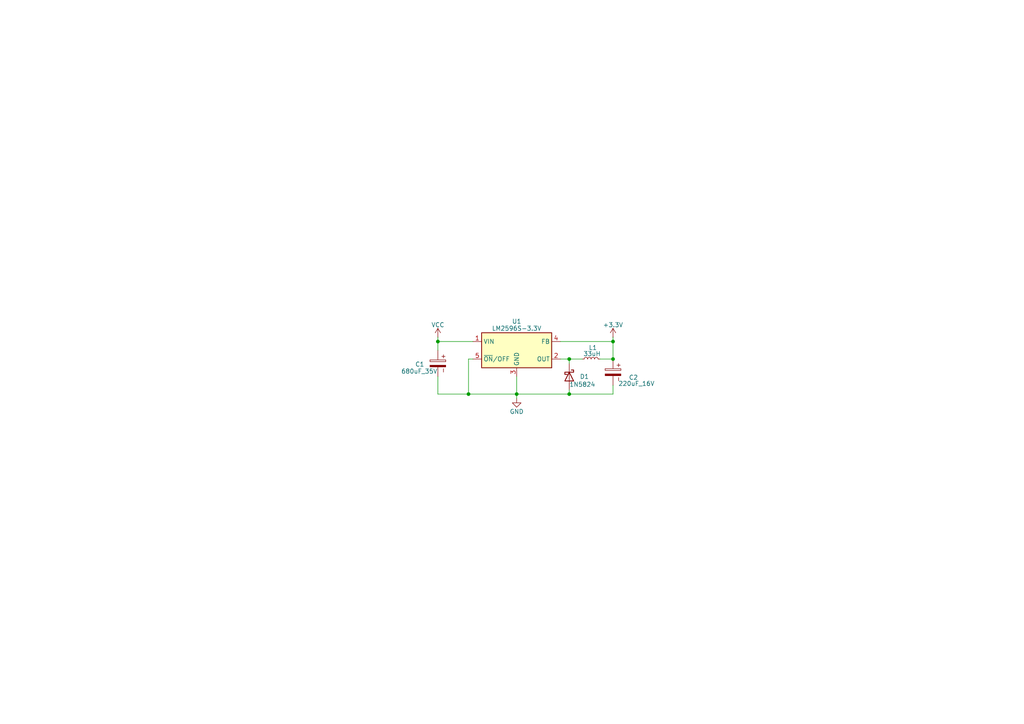
<source format=kicad_sch>
(kicad_sch (version 20250114) (generator "eeschema") (generator_version "9.0")
  (paper "A4")
  (lib_symbols
    (symbol "Device:L_Small" (pin_numbers (hide yes)) (pin_names (offset 0.254) (hide yes))
      (property "Reference" "L" (at 0.762 1.016 0))
      (property "Value" "L_Small" (at 0.762 -1.016 0))
      (symbol "L_Small_0_1"
        (arc (start 0 2.032) (mid 0.5058 1.524) (end 0 1.016))
        (arc (start 0 1.016) (mid 0.5058 0.508) (end 0 0))
        (arc (start 0 0) (mid 0.5058 -0.508) (end 0 -1.016))
        (arc (start 0 -1.016) (mid 0.5058 -1.524) (end 0 -2.032))
      )
      (symbol "L_Small_1_1"
        (pin passive line (at 0 2.54 270) (length 0.508) (name "~") (number "1"))
        (pin passive line (at 0 -2.54 90) (length 0.508) (name "~") (number "2"))
      )
    )
    (symbol "Diode:1N5822" (pin_numbers (hide yes)) (pin_names (offset 1.016) (hide yes))
      (property "Reference" "D" (at 0 2.54 0))
      (property "Value" "1N5822" (at 0 -2.54 0))
      (symbol "1N5822_0_1"
        (polyline (pts (xy -1.905 0.635) (xy -1.905 1.27) (xy -1.27 1.27) (xy -1.27 -1.27) (xy -0.635 -1.27) (xy -0.635 -0.635)) (stroke (width 0.254)))
        (polyline (pts (xy 1.27 1.27) (xy 1.27 -1.27) (xy -1.27 0) (xy 1.27 1.27)) (stroke (width 0.254)))
        (polyline (pts (xy 1.27 0) (xy -1.27 0)))
      )
      (symbol "1N5822_1_1"
        (pin passive line (at -3.81 0 0) (length 2.54) (name "K") (number "1"))
        (pin passive line (at 3.81 0 180) (length 2.54) (name "A") (number "2"))
      )
    )
    (symbol "PCM_SL_Capacitors:470uF_35V"
      (property "Reference" "C" (at 0 7.62 0))
      (property "Value" "470uF_35V" (at 0 5.08 0))
      (symbol "470uF_35V_0_0"
        (text "+" (at -2.032 1.524 0) (effects (font (size 1.27 1.27))))
        (text "-" (at 2.032 1.524 0) (effects (font (size 1.27 1.27))))
      )
      (symbol "470uF_35V_0_1"
        (rectangle (start -1.016 -2.286) (end -0.508 2.286))
        (rectangle (start 0.508 -2.286) (end 1.016 2.286) (fill (type outline)))
      )
      (symbol "470uF_35V_1_1"
        (pin passive line (at -3.81 0 0) (length 2.7) (name "~") (number "1"))
        (pin input line (at 3.81 0 180) (length 2.7) (name "~") (number "2"))
      )
    )
    (symbol "Regulator_Switching:LM2596S-3.3"
      (property "Reference" "U" (at -10.16 6.35 0))
      (property "Value" "LM2596S-3.3" (at 0 6.35 0))
      (symbol "LM2596S-3.3_0_1"
        (rectangle (start -10.16 5.08) (end 10.16 -5.08) (stroke (width 0.254)) (fill (type background)))
      )
      (symbol "LM2596S-3.3_1_1"
        (pin power_in line (at -12.7 2.54 0) (length 2.54) (name "VIN") (number "1"))
        (pin input line (at -12.7 -2.54 0) (length 2.54) (name "~{ON}/OFF") (number "5"))
        (pin power_in line (at 0 -7.62 90) (length 2.54) (name "GND") (number "3"))
        (pin input line (at 12.7 2.54 180) (length 2.54) (name "FB") (number "4"))
        (pin output line (at 12.7 -2.54 180) (length 2.54) (name "OUT") (number "2"))
      )
    )
    (symbol "power:+3.3V" (power) (pin_numbers (hide yes)) (pin_names (offset 0) (hide yes))
      (property "Value" "+3.3V" (at 0 3.556 0))
      (symbol "+3.3V_0_1"
        (polyline (pts (xy -0.762 1.27) (xy 0 2.54)))
        (polyline (pts (xy 0 2.54) (xy 0.762 1.27)))
        (polyline (pts (xy 0 0) (xy 0 2.54)))
      )
      (symbol "+3.3V_1_1"
        (pin power_in line (at 0 0 90) (length 0) (name "~") (number "1"))
      )
    )
    (symbol "power:GND" (power) (pin_numbers (hide yes)) (pin_names (offset 0) (hide yes))
      (property "Value" "GND" (at 0 -3.81 0))
      (symbol "GND_0_1"
        (polyline (pts (xy 0 0) (xy 0 -1.27) (xy 1.27 -1.27) (xy 0 -2.54) (xy -1.27 -1.27) (xy 0 -1.27)))
      )
      (symbol "GND_1_1"
        (pin power_in line (at 0 0 270) (length 0) (name "~") (number "1"))
      )
    )
    (symbol "power:VCC" (power) (pin_numbers (hide yes)) (pin_names (offset 0) (hide yes))
      (property "Value" "VCC" (at 0 3.556 0))
      (symbol "VCC_0_1"
        (polyline (pts (xy -0.762 1.27) (xy 0 2.54)))
        (polyline (pts (xy 0 2.54) (xy 0.762 1.27)))
        (polyline (pts (xy 0 0) (xy 0 2.54)))
      )
      (symbol "VCC_1_1"
        (pin power_in line (at 0 0 90) (length 0) (name "~") (number "1"))
      )
    )
  )
  (junction (at 149.86 114.3))
  (junction (at 165.1 114.3))
  (junction (at 165.1 104.14))
  (junction (at 127 99.06))
  (junction (at 177.8 104.14))
  (junction (at 177.8 99.06))
  (junction (at 135.89 114.3))
  (wire (pts (xy 149.86 114.3) (xy 165.1 114.3)))
  (wire (pts (xy 173.99 104.14) (xy 177.8 104.14)))
  (wire (pts (xy 177.8 97.79) (xy 177.8 99.06)))
  (wire (pts (xy 177.8 99.06) (xy 177.8 104.14)))
  (wire (pts (xy 165.1 104.14) (xy 165.1 105.41)))
  (wire (pts (xy 149.86 114.3) (xy 149.86 115.57)))
  (wire (pts (xy 162.56 99.06) (xy 177.8 99.06)))
  (wire (pts (xy 127 99.06) (xy 127 101.6)))
  (wire (pts (xy 165.1 114.3) (xy 177.8 114.3)))
  (wire (pts (xy 135.89 104.14) (xy 135.89 114.3)))
  (wire (pts (xy 127 114.3) (xy 135.89 114.3)))
  (wire (pts (xy 135.89 114.3) (xy 149.86 114.3)))
  (wire (pts (xy 127 109.22) (xy 127 114.3)))
  (wire (pts (xy 135.89 104.14) (xy 137.16 104.14)))
  (wire (pts (xy 162.56 104.14) (xy 165.1 104.14)))
  (wire (pts (xy 165.1 104.14) (xy 168.91 104.14)))
  (wire (pts (xy 177.8 111.76) (xy 177.8 114.3)))
  (wire (pts (xy 127 97.79) (xy 127 99.06)))
  (wire (pts (xy 149.86 109.22) (xy 149.86 114.3)))
  (wire (pts (xy 127 99.06) (xy 137.16 99.06)))
  (wire (pts (xy 165.1 114.3) (xy 165.1 113.03)))
  (symbol (lib_id "power:GND") (at 149.86 115.57 0) (unit 1)
    (property "Reference" "#PWR01" (effects (hide yes)))
    (property "Value" "GND" (at 149.86 119.38 0))
    (property "Description" "Power symbol creates a global label with name \"GND\" , ground" (effects (hide yes)))
  )
  (symbol (lib_id "Device:L_Small") (at 171.45 104.14 90) (unit 1)
    (property "Reference" "L1" (at 171.958 100.838 90))
    (property "Value" "33uH" (at 171.704 102.616 90))
    (property "Description" "Inductor, small symbol" (effects (hide yes)))
  )
  (symbol (lib_id "Diode:1N5822") (at 165.1 109.22 270) (unit 1)
    (property "Reference" "D1" (at 168.148 109.22 90) (effects (justify left)))
    (property "Value" "1N5824" (at 165.1 111.506 90) (effects (justify left)))
    (property "Footprint" "Diode_THT:D_DO-201AD_P15.24mm_Horizontal" (effects (hide yes)))
    (property "Datasheet" "http://www.vishay.com/docs/88526/1n5820.pdf" (effects (hide yes)))
    (property "Description" "40V 3A Schottky Barrier Rectifier Diode, DO-201AD" (effects (hide yes)))
  )
  (symbol (lib_id "PCM_SL_Capacitors:470uF_35V") (at 177.8 107.95 270) (unit 1)
    (property "Reference" "C2" (at 182.372 109.474 90) (effects (justify left)))
    (property "Value" "220uF_16V" (at 179.324 111.252 90) (effects (justify left)))
    (property "Footprint" "Capacitor_THT:CP_Radial_D10.0mm_P5.00mm" (effects (hide yes)))
    (property "Description" "470uF, 35V Electrolytic Capacitor" (effects (hide yes)))
  )
  (symbol (lib_id "Regulator_Switching:LM2596S-3.3") (at 149.86 101.6 0) (unit 1)
    (property "Reference" "U1" (at 149.86 93.218 0))
    (property "Value" "LM2596S-3.3V" (at 149.86 95.25 0))
    (property "Footprint" "Package_TO_SOT_SMD:TO-263-5_TabPin3" (effects (hide yes)))
    (property "Datasheet" "http://www.ti.com/lit/ds/symlink/lm2596.pdf" (effects (hide yes)))
    (property "Description" "3.3V 3A Step-Down Voltage Regulator, TO-263" (effects (hide yes)))
  )
  (symbol (lib_id "power:VCC") (at 127 97.79 0) (unit 1)
    (property "Reference" "#PWR03" (effects (hide yes)))
    (property "Value" "VCC" (at 127 94.234 0))
    (property "Description" "Power symbol creates a global label with name \"VCC\"" (effects (hide yes)))
  )
  (symbol (lib_id "power:+3.3V") (at 177.8 97.79 0) (unit 1)
    (property "Reference" "#PWR02" (effects (hide yes)))
    (property "Value" "+3.3V" (at 177.8 94.234 0))
    (property "Description" "Power symbol creates a global label with name \"+3.3V\"" (effects (hide yes)))
  )
  (symbol (lib_id "PCM_SL_Capacitors:470uF_35V") (at 127 105.41 270) (unit 1)
    (property "Reference" "C1" (at 120.396 105.664 90) (effects (justify left)))
    (property "Value" "680uF_35V" (at 116.332 107.696 90) (effects (justify left)))
    (property "Footprint" "Capacitor_THT:CP_Radial_D10.0mm_P5.00mm" (effects (hide yes)))
    (property "Description" "470uF, 35V Electrolytic Capacitor" (effects (hide yes)))
  )
)
</source>
